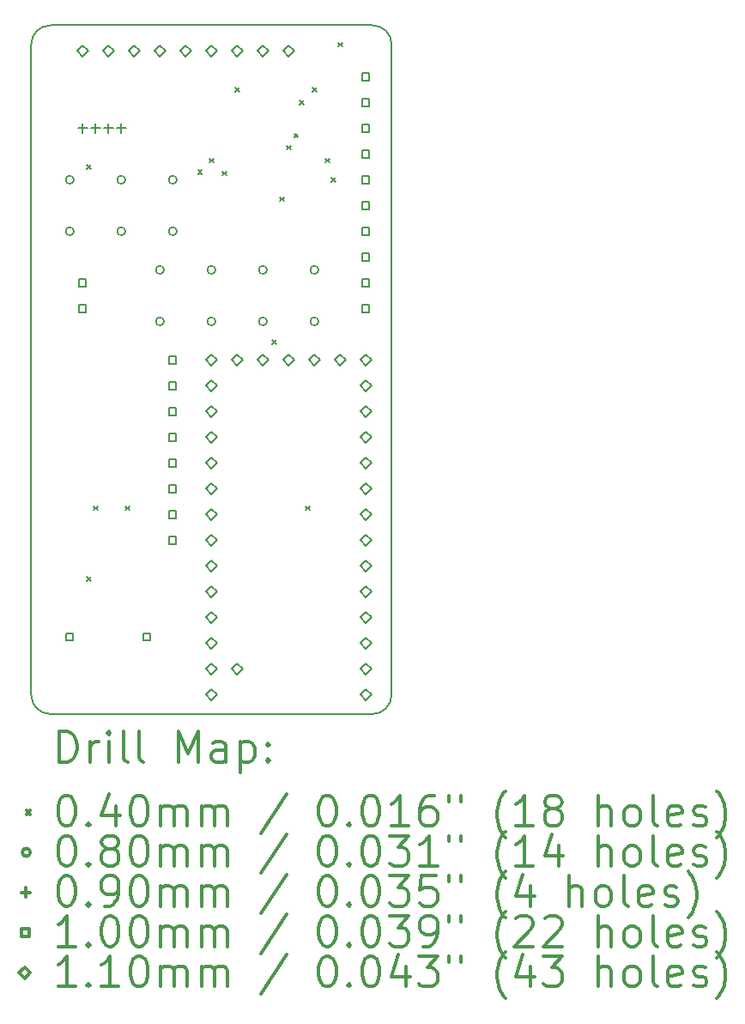
<source format=gbr>
%FSLAX45Y45*%
G04 Gerber Fmt 4.5, Leading zero omitted, Abs format (unit mm)*
G04 Created by KiCad (PCBNEW 5.1.9) date 2021-04-30 01:58:29*
%MOMM*%
%LPD*%
G01*
G04 APERTURE LIST*
%TA.AperFunction,Profile*%
%ADD10C,0.150000*%
%TD*%
%ADD11C,0.200000*%
%ADD12C,0.300000*%
G04 APERTURE END LIST*
D10*
X26797000Y-10414000D02*
G75*
G02*
X26606500Y-10604500I-190500J0D01*
G01*
X23431500Y-10604500D02*
G75*
G02*
X23241000Y-10414000I0J190500D01*
G01*
X23241000Y-4000500D02*
G75*
G02*
X23431500Y-3810000I190500J0D01*
G01*
X26606500Y-3810000D02*
G75*
G02*
X26797000Y-4000500I0J-190500D01*
G01*
X26797000Y-4000500D02*
X26797000Y-10414000D01*
X23431500Y-3810000D02*
X26606500Y-3810000D01*
X23241000Y-5905500D02*
X23241000Y-4000500D01*
X23241000Y-10414000D02*
X23241000Y-5905500D01*
X26606500Y-10604500D02*
X23431500Y-10604500D01*
D11*
X23792500Y-5187000D02*
X23832500Y-5227000D01*
X23832500Y-5187000D02*
X23792500Y-5227000D01*
X23792500Y-9251000D02*
X23832500Y-9291000D01*
X23832500Y-9251000D02*
X23792500Y-9291000D01*
X23856000Y-8552500D02*
X23896000Y-8592500D01*
X23896000Y-8552500D02*
X23856000Y-8592500D01*
X24173500Y-8552500D02*
X24213500Y-8592500D01*
X24213500Y-8552500D02*
X24173500Y-8592500D01*
X24886500Y-5236000D02*
X24926500Y-5276000D01*
X24926500Y-5236000D02*
X24886500Y-5276000D01*
X24999000Y-5123500D02*
X25039000Y-5163500D01*
X25039000Y-5123500D02*
X24999000Y-5163500D01*
X25126000Y-5250500D02*
X25166000Y-5290500D01*
X25166000Y-5250500D02*
X25126000Y-5290500D01*
X25253000Y-4425000D02*
X25293000Y-4465000D01*
X25293000Y-4425000D02*
X25253000Y-4465000D01*
X25619500Y-6916000D02*
X25659500Y-6956000D01*
X25659500Y-6916000D02*
X25619500Y-6956000D01*
X25697500Y-5504500D02*
X25737500Y-5544500D01*
X25737500Y-5504500D02*
X25697500Y-5544500D01*
X25761000Y-4996500D02*
X25801000Y-5036500D01*
X25801000Y-4996500D02*
X25761000Y-5036500D01*
X25833500Y-4878500D02*
X25873500Y-4918500D01*
X25873500Y-4878500D02*
X25833500Y-4918500D01*
X25888000Y-4552000D02*
X25928000Y-4592000D01*
X25928000Y-4552000D02*
X25888000Y-4592000D01*
X25951500Y-8552500D02*
X25991500Y-8592500D01*
X25991500Y-8552500D02*
X25951500Y-8592500D01*
X26015000Y-4425000D02*
X26055000Y-4465000D01*
X26055000Y-4425000D02*
X26015000Y-4465000D01*
X26142000Y-5123500D02*
X26182000Y-5163500D01*
X26182000Y-5123500D02*
X26142000Y-5163500D01*
X26205500Y-5314000D02*
X26245500Y-5354000D01*
X26245500Y-5314000D02*
X26205500Y-5354000D01*
X26269000Y-3980500D02*
X26309000Y-4020500D01*
X26309000Y-3980500D02*
X26269000Y-4020500D01*
X23662000Y-5334000D02*
G75*
G03*
X23662000Y-5334000I-40000J0D01*
G01*
X23662000Y-5842000D02*
G75*
G03*
X23662000Y-5842000I-40000J0D01*
G01*
X24170000Y-5334000D02*
G75*
G03*
X24170000Y-5334000I-40000J0D01*
G01*
X24170000Y-5842000D02*
G75*
G03*
X24170000Y-5842000I-40000J0D01*
G01*
X24551000Y-6223000D02*
G75*
G03*
X24551000Y-6223000I-40000J0D01*
G01*
X24551000Y-6731000D02*
G75*
G03*
X24551000Y-6731000I-40000J0D01*
G01*
X24678000Y-5334000D02*
G75*
G03*
X24678000Y-5334000I-40000J0D01*
G01*
X24678000Y-5842000D02*
G75*
G03*
X24678000Y-5842000I-40000J0D01*
G01*
X25059000Y-6223000D02*
G75*
G03*
X25059000Y-6223000I-40000J0D01*
G01*
X25059000Y-6731000D02*
G75*
G03*
X25059000Y-6731000I-40000J0D01*
G01*
X25567000Y-6223000D02*
G75*
G03*
X25567000Y-6223000I-40000J0D01*
G01*
X25567000Y-6731000D02*
G75*
G03*
X25567000Y-6731000I-40000J0D01*
G01*
X26075000Y-6223000D02*
G75*
G03*
X26075000Y-6223000I-40000J0D01*
G01*
X26075000Y-6731000D02*
G75*
G03*
X26075000Y-6731000I-40000J0D01*
G01*
X23749000Y-4781000D02*
X23749000Y-4871000D01*
X23704000Y-4826000D02*
X23794000Y-4826000D01*
X23876000Y-4781000D02*
X23876000Y-4871000D01*
X23831000Y-4826000D02*
X23921000Y-4826000D01*
X24003000Y-4781000D02*
X24003000Y-4871000D01*
X23958000Y-4826000D02*
X24048000Y-4826000D01*
X24130000Y-4781000D02*
X24130000Y-4871000D01*
X24085000Y-4826000D02*
X24175000Y-4826000D01*
X23657356Y-9877856D02*
X23657356Y-9807144D01*
X23586644Y-9807144D01*
X23586644Y-9877856D01*
X23657356Y-9877856D01*
X23784356Y-6385356D02*
X23784356Y-6314644D01*
X23713644Y-6314644D01*
X23713644Y-6385356D01*
X23784356Y-6385356D01*
X23784356Y-6639356D02*
X23784356Y-6568644D01*
X23713644Y-6568644D01*
X23713644Y-6639356D01*
X23784356Y-6639356D01*
X24419356Y-9877856D02*
X24419356Y-9807144D01*
X24348644Y-9807144D01*
X24348644Y-9877856D01*
X24419356Y-9877856D01*
X24673356Y-7147356D02*
X24673356Y-7076644D01*
X24602644Y-7076644D01*
X24602644Y-7147356D01*
X24673356Y-7147356D01*
X24673356Y-7401356D02*
X24673356Y-7330644D01*
X24602644Y-7330644D01*
X24602644Y-7401356D01*
X24673356Y-7401356D01*
X24673356Y-7655356D02*
X24673356Y-7584644D01*
X24602644Y-7584644D01*
X24602644Y-7655356D01*
X24673356Y-7655356D01*
X24673356Y-7909356D02*
X24673356Y-7838644D01*
X24602644Y-7838644D01*
X24602644Y-7909356D01*
X24673356Y-7909356D01*
X24673356Y-8163356D02*
X24673356Y-8092644D01*
X24602644Y-8092644D01*
X24602644Y-8163356D01*
X24673356Y-8163356D01*
X24673356Y-8417356D02*
X24673356Y-8346644D01*
X24602644Y-8346644D01*
X24602644Y-8417356D01*
X24673356Y-8417356D01*
X24673356Y-8671356D02*
X24673356Y-8600644D01*
X24602644Y-8600644D01*
X24602644Y-8671356D01*
X24673356Y-8671356D01*
X24673356Y-8925356D02*
X24673356Y-8854644D01*
X24602644Y-8854644D01*
X24602644Y-8925356D01*
X24673356Y-8925356D01*
X26578356Y-4353356D02*
X26578356Y-4282644D01*
X26507644Y-4282644D01*
X26507644Y-4353356D01*
X26578356Y-4353356D01*
X26578356Y-4607356D02*
X26578356Y-4536644D01*
X26507644Y-4536644D01*
X26507644Y-4607356D01*
X26578356Y-4607356D01*
X26578356Y-4861356D02*
X26578356Y-4790644D01*
X26507644Y-4790644D01*
X26507644Y-4861356D01*
X26578356Y-4861356D01*
X26578356Y-5115356D02*
X26578356Y-5044644D01*
X26507644Y-5044644D01*
X26507644Y-5115356D01*
X26578356Y-5115356D01*
X26578356Y-5369356D02*
X26578356Y-5298644D01*
X26507644Y-5298644D01*
X26507644Y-5369356D01*
X26578356Y-5369356D01*
X26578356Y-5623356D02*
X26578356Y-5552644D01*
X26507644Y-5552644D01*
X26507644Y-5623356D01*
X26578356Y-5623356D01*
X26578356Y-5877356D02*
X26578356Y-5806644D01*
X26507644Y-5806644D01*
X26507644Y-5877356D01*
X26578356Y-5877356D01*
X26578356Y-6131356D02*
X26578356Y-6060644D01*
X26507644Y-6060644D01*
X26507644Y-6131356D01*
X26578356Y-6131356D01*
X26578356Y-6385356D02*
X26578356Y-6314644D01*
X26507644Y-6314644D01*
X26507644Y-6385356D01*
X26578356Y-6385356D01*
X26578356Y-6639356D02*
X26578356Y-6568644D01*
X26507644Y-6568644D01*
X26507644Y-6639356D01*
X26578356Y-6639356D01*
X23749000Y-4119000D02*
X23804000Y-4064000D01*
X23749000Y-4009000D01*
X23694000Y-4064000D01*
X23749000Y-4119000D01*
X24003000Y-4119000D02*
X24058000Y-4064000D01*
X24003000Y-4009000D01*
X23948000Y-4064000D01*
X24003000Y-4119000D01*
X24257000Y-4119000D02*
X24312000Y-4064000D01*
X24257000Y-4009000D01*
X24202000Y-4064000D01*
X24257000Y-4119000D01*
X24511000Y-4119000D02*
X24566000Y-4064000D01*
X24511000Y-4009000D01*
X24456000Y-4064000D01*
X24511000Y-4119000D01*
X24765000Y-4119000D02*
X24820000Y-4064000D01*
X24765000Y-4009000D01*
X24710000Y-4064000D01*
X24765000Y-4119000D01*
X25019000Y-4119000D02*
X25074000Y-4064000D01*
X25019000Y-4009000D01*
X24964000Y-4064000D01*
X25019000Y-4119000D01*
X25019000Y-7167000D02*
X25074000Y-7112000D01*
X25019000Y-7057000D01*
X24964000Y-7112000D01*
X25019000Y-7167000D01*
X25019000Y-7421000D02*
X25074000Y-7366000D01*
X25019000Y-7311000D01*
X24964000Y-7366000D01*
X25019000Y-7421000D01*
X25019000Y-7675000D02*
X25074000Y-7620000D01*
X25019000Y-7565000D01*
X24964000Y-7620000D01*
X25019000Y-7675000D01*
X25019000Y-7929000D02*
X25074000Y-7874000D01*
X25019000Y-7819000D01*
X24964000Y-7874000D01*
X25019000Y-7929000D01*
X25019000Y-8183000D02*
X25074000Y-8128000D01*
X25019000Y-8073000D01*
X24964000Y-8128000D01*
X25019000Y-8183000D01*
X25019000Y-8437000D02*
X25074000Y-8382000D01*
X25019000Y-8327000D01*
X24964000Y-8382000D01*
X25019000Y-8437000D01*
X25019000Y-8691000D02*
X25074000Y-8636000D01*
X25019000Y-8581000D01*
X24964000Y-8636000D01*
X25019000Y-8691000D01*
X25019000Y-8945000D02*
X25074000Y-8890000D01*
X25019000Y-8835000D01*
X24964000Y-8890000D01*
X25019000Y-8945000D01*
X25019000Y-9199000D02*
X25074000Y-9144000D01*
X25019000Y-9089000D01*
X24964000Y-9144000D01*
X25019000Y-9199000D01*
X25019000Y-9453000D02*
X25074000Y-9398000D01*
X25019000Y-9343000D01*
X24964000Y-9398000D01*
X25019000Y-9453000D01*
X25019000Y-9707000D02*
X25074000Y-9652000D01*
X25019000Y-9597000D01*
X24964000Y-9652000D01*
X25019000Y-9707000D01*
X25019000Y-9961000D02*
X25074000Y-9906000D01*
X25019000Y-9851000D01*
X24964000Y-9906000D01*
X25019000Y-9961000D01*
X25019000Y-10215000D02*
X25074000Y-10160000D01*
X25019000Y-10105000D01*
X24964000Y-10160000D01*
X25019000Y-10215000D01*
X25019000Y-10469000D02*
X25074000Y-10414000D01*
X25019000Y-10359000D01*
X24964000Y-10414000D01*
X25019000Y-10469000D01*
X25273000Y-4119000D02*
X25328000Y-4064000D01*
X25273000Y-4009000D01*
X25218000Y-4064000D01*
X25273000Y-4119000D01*
X25273000Y-7167000D02*
X25328000Y-7112000D01*
X25273000Y-7057000D01*
X25218000Y-7112000D01*
X25273000Y-7167000D01*
X25273000Y-10215000D02*
X25328000Y-10160000D01*
X25273000Y-10105000D01*
X25218000Y-10160000D01*
X25273000Y-10215000D01*
X25527000Y-4119000D02*
X25582000Y-4064000D01*
X25527000Y-4009000D01*
X25472000Y-4064000D01*
X25527000Y-4119000D01*
X25527000Y-7167000D02*
X25582000Y-7112000D01*
X25527000Y-7057000D01*
X25472000Y-7112000D01*
X25527000Y-7167000D01*
X25781000Y-4119000D02*
X25836000Y-4064000D01*
X25781000Y-4009000D01*
X25726000Y-4064000D01*
X25781000Y-4119000D01*
X25781000Y-7167000D02*
X25836000Y-7112000D01*
X25781000Y-7057000D01*
X25726000Y-7112000D01*
X25781000Y-7167000D01*
X26035000Y-7167000D02*
X26090000Y-7112000D01*
X26035000Y-7057000D01*
X25980000Y-7112000D01*
X26035000Y-7167000D01*
X26289000Y-7167000D02*
X26344000Y-7112000D01*
X26289000Y-7057000D01*
X26234000Y-7112000D01*
X26289000Y-7167000D01*
X26543000Y-7167000D02*
X26598000Y-7112000D01*
X26543000Y-7057000D01*
X26488000Y-7112000D01*
X26543000Y-7167000D01*
X26543000Y-7421000D02*
X26598000Y-7366000D01*
X26543000Y-7311000D01*
X26488000Y-7366000D01*
X26543000Y-7421000D01*
X26543000Y-7675000D02*
X26598000Y-7620000D01*
X26543000Y-7565000D01*
X26488000Y-7620000D01*
X26543000Y-7675000D01*
X26543000Y-7929000D02*
X26598000Y-7874000D01*
X26543000Y-7819000D01*
X26488000Y-7874000D01*
X26543000Y-7929000D01*
X26543000Y-8183000D02*
X26598000Y-8128000D01*
X26543000Y-8073000D01*
X26488000Y-8128000D01*
X26543000Y-8183000D01*
X26543000Y-8437000D02*
X26598000Y-8382000D01*
X26543000Y-8327000D01*
X26488000Y-8382000D01*
X26543000Y-8437000D01*
X26543000Y-8691000D02*
X26598000Y-8636000D01*
X26543000Y-8581000D01*
X26488000Y-8636000D01*
X26543000Y-8691000D01*
X26543000Y-8945000D02*
X26598000Y-8890000D01*
X26543000Y-8835000D01*
X26488000Y-8890000D01*
X26543000Y-8945000D01*
X26543000Y-9199000D02*
X26598000Y-9144000D01*
X26543000Y-9089000D01*
X26488000Y-9144000D01*
X26543000Y-9199000D01*
X26543000Y-9453000D02*
X26598000Y-9398000D01*
X26543000Y-9343000D01*
X26488000Y-9398000D01*
X26543000Y-9453000D01*
X26543000Y-9707000D02*
X26598000Y-9652000D01*
X26543000Y-9597000D01*
X26488000Y-9652000D01*
X26543000Y-9707000D01*
X26543000Y-9961000D02*
X26598000Y-9906000D01*
X26543000Y-9851000D01*
X26488000Y-9906000D01*
X26543000Y-9961000D01*
X26543000Y-10215000D02*
X26598000Y-10160000D01*
X26543000Y-10105000D01*
X26488000Y-10160000D01*
X26543000Y-10215000D01*
X26543000Y-10469000D02*
X26598000Y-10414000D01*
X26543000Y-10359000D01*
X26488000Y-10414000D01*
X26543000Y-10469000D01*
D12*
X23519928Y-11077714D02*
X23519928Y-10777714D01*
X23591357Y-10777714D01*
X23634214Y-10792000D01*
X23662786Y-10820572D01*
X23677071Y-10849143D01*
X23691357Y-10906286D01*
X23691357Y-10949143D01*
X23677071Y-11006286D01*
X23662786Y-11034857D01*
X23634214Y-11063429D01*
X23591357Y-11077714D01*
X23519928Y-11077714D01*
X23819928Y-11077714D02*
X23819928Y-10877714D01*
X23819928Y-10934857D02*
X23834214Y-10906286D01*
X23848500Y-10892000D01*
X23877071Y-10877714D01*
X23905643Y-10877714D01*
X24005643Y-11077714D02*
X24005643Y-10877714D01*
X24005643Y-10777714D02*
X23991357Y-10792000D01*
X24005643Y-10806286D01*
X24019928Y-10792000D01*
X24005643Y-10777714D01*
X24005643Y-10806286D01*
X24191357Y-11077714D02*
X24162786Y-11063429D01*
X24148500Y-11034857D01*
X24148500Y-10777714D01*
X24348500Y-11077714D02*
X24319928Y-11063429D01*
X24305643Y-11034857D01*
X24305643Y-10777714D01*
X24691357Y-11077714D02*
X24691357Y-10777714D01*
X24791357Y-10992000D01*
X24891357Y-10777714D01*
X24891357Y-11077714D01*
X25162786Y-11077714D02*
X25162786Y-10920572D01*
X25148500Y-10892000D01*
X25119928Y-10877714D01*
X25062786Y-10877714D01*
X25034214Y-10892000D01*
X25162786Y-11063429D02*
X25134214Y-11077714D01*
X25062786Y-11077714D01*
X25034214Y-11063429D01*
X25019928Y-11034857D01*
X25019928Y-11006286D01*
X25034214Y-10977714D01*
X25062786Y-10963429D01*
X25134214Y-10963429D01*
X25162786Y-10949143D01*
X25305643Y-10877714D02*
X25305643Y-11177714D01*
X25305643Y-10892000D02*
X25334214Y-10877714D01*
X25391357Y-10877714D01*
X25419928Y-10892000D01*
X25434214Y-10906286D01*
X25448500Y-10934857D01*
X25448500Y-11020572D01*
X25434214Y-11049143D01*
X25419928Y-11063429D01*
X25391357Y-11077714D01*
X25334214Y-11077714D01*
X25305643Y-11063429D01*
X25577071Y-11049143D02*
X25591357Y-11063429D01*
X25577071Y-11077714D01*
X25562786Y-11063429D01*
X25577071Y-11049143D01*
X25577071Y-11077714D01*
X25577071Y-10892000D02*
X25591357Y-10906286D01*
X25577071Y-10920572D01*
X25562786Y-10906286D01*
X25577071Y-10892000D01*
X25577071Y-10920572D01*
X23193500Y-11552000D02*
X23233500Y-11592000D01*
X23233500Y-11552000D02*
X23193500Y-11592000D01*
X23577071Y-11407714D02*
X23605643Y-11407714D01*
X23634214Y-11422000D01*
X23648500Y-11436286D01*
X23662786Y-11464857D01*
X23677071Y-11522000D01*
X23677071Y-11593429D01*
X23662786Y-11650571D01*
X23648500Y-11679143D01*
X23634214Y-11693429D01*
X23605643Y-11707714D01*
X23577071Y-11707714D01*
X23548500Y-11693429D01*
X23534214Y-11679143D01*
X23519928Y-11650571D01*
X23505643Y-11593429D01*
X23505643Y-11522000D01*
X23519928Y-11464857D01*
X23534214Y-11436286D01*
X23548500Y-11422000D01*
X23577071Y-11407714D01*
X23805643Y-11679143D02*
X23819928Y-11693429D01*
X23805643Y-11707714D01*
X23791357Y-11693429D01*
X23805643Y-11679143D01*
X23805643Y-11707714D01*
X24077071Y-11507714D02*
X24077071Y-11707714D01*
X24005643Y-11393429D02*
X23934214Y-11607714D01*
X24119928Y-11607714D01*
X24291357Y-11407714D02*
X24319928Y-11407714D01*
X24348500Y-11422000D01*
X24362786Y-11436286D01*
X24377071Y-11464857D01*
X24391357Y-11522000D01*
X24391357Y-11593429D01*
X24377071Y-11650571D01*
X24362786Y-11679143D01*
X24348500Y-11693429D01*
X24319928Y-11707714D01*
X24291357Y-11707714D01*
X24262786Y-11693429D01*
X24248500Y-11679143D01*
X24234214Y-11650571D01*
X24219928Y-11593429D01*
X24219928Y-11522000D01*
X24234214Y-11464857D01*
X24248500Y-11436286D01*
X24262786Y-11422000D01*
X24291357Y-11407714D01*
X24519928Y-11707714D02*
X24519928Y-11507714D01*
X24519928Y-11536286D02*
X24534214Y-11522000D01*
X24562786Y-11507714D01*
X24605643Y-11507714D01*
X24634214Y-11522000D01*
X24648500Y-11550571D01*
X24648500Y-11707714D01*
X24648500Y-11550571D02*
X24662786Y-11522000D01*
X24691357Y-11507714D01*
X24734214Y-11507714D01*
X24762786Y-11522000D01*
X24777071Y-11550571D01*
X24777071Y-11707714D01*
X24919928Y-11707714D02*
X24919928Y-11507714D01*
X24919928Y-11536286D02*
X24934214Y-11522000D01*
X24962786Y-11507714D01*
X25005643Y-11507714D01*
X25034214Y-11522000D01*
X25048500Y-11550571D01*
X25048500Y-11707714D01*
X25048500Y-11550571D02*
X25062786Y-11522000D01*
X25091357Y-11507714D01*
X25134214Y-11507714D01*
X25162786Y-11522000D01*
X25177071Y-11550571D01*
X25177071Y-11707714D01*
X25762786Y-11393429D02*
X25505643Y-11779143D01*
X26148500Y-11407714D02*
X26177071Y-11407714D01*
X26205643Y-11422000D01*
X26219928Y-11436286D01*
X26234214Y-11464857D01*
X26248500Y-11522000D01*
X26248500Y-11593429D01*
X26234214Y-11650571D01*
X26219928Y-11679143D01*
X26205643Y-11693429D01*
X26177071Y-11707714D01*
X26148500Y-11707714D01*
X26119928Y-11693429D01*
X26105643Y-11679143D01*
X26091357Y-11650571D01*
X26077071Y-11593429D01*
X26077071Y-11522000D01*
X26091357Y-11464857D01*
X26105643Y-11436286D01*
X26119928Y-11422000D01*
X26148500Y-11407714D01*
X26377071Y-11679143D02*
X26391357Y-11693429D01*
X26377071Y-11707714D01*
X26362786Y-11693429D01*
X26377071Y-11679143D01*
X26377071Y-11707714D01*
X26577071Y-11407714D02*
X26605643Y-11407714D01*
X26634214Y-11422000D01*
X26648500Y-11436286D01*
X26662786Y-11464857D01*
X26677071Y-11522000D01*
X26677071Y-11593429D01*
X26662786Y-11650571D01*
X26648500Y-11679143D01*
X26634214Y-11693429D01*
X26605643Y-11707714D01*
X26577071Y-11707714D01*
X26548500Y-11693429D01*
X26534214Y-11679143D01*
X26519928Y-11650571D01*
X26505643Y-11593429D01*
X26505643Y-11522000D01*
X26519928Y-11464857D01*
X26534214Y-11436286D01*
X26548500Y-11422000D01*
X26577071Y-11407714D01*
X26962786Y-11707714D02*
X26791357Y-11707714D01*
X26877071Y-11707714D02*
X26877071Y-11407714D01*
X26848500Y-11450571D01*
X26819928Y-11479143D01*
X26791357Y-11493429D01*
X27219928Y-11407714D02*
X27162786Y-11407714D01*
X27134214Y-11422000D01*
X27119928Y-11436286D01*
X27091357Y-11479143D01*
X27077071Y-11536286D01*
X27077071Y-11650571D01*
X27091357Y-11679143D01*
X27105643Y-11693429D01*
X27134214Y-11707714D01*
X27191357Y-11707714D01*
X27219928Y-11693429D01*
X27234214Y-11679143D01*
X27248500Y-11650571D01*
X27248500Y-11579143D01*
X27234214Y-11550571D01*
X27219928Y-11536286D01*
X27191357Y-11522000D01*
X27134214Y-11522000D01*
X27105643Y-11536286D01*
X27091357Y-11550571D01*
X27077071Y-11579143D01*
X27362786Y-11407714D02*
X27362786Y-11464857D01*
X27477071Y-11407714D02*
X27477071Y-11464857D01*
X27919928Y-11822000D02*
X27905643Y-11807714D01*
X27877071Y-11764857D01*
X27862786Y-11736286D01*
X27848500Y-11693429D01*
X27834214Y-11622000D01*
X27834214Y-11564857D01*
X27848500Y-11493429D01*
X27862786Y-11450571D01*
X27877071Y-11422000D01*
X27905643Y-11379143D01*
X27919928Y-11364857D01*
X28191357Y-11707714D02*
X28019928Y-11707714D01*
X28105643Y-11707714D02*
X28105643Y-11407714D01*
X28077071Y-11450571D01*
X28048500Y-11479143D01*
X28019928Y-11493429D01*
X28362786Y-11536286D02*
X28334214Y-11522000D01*
X28319928Y-11507714D01*
X28305643Y-11479143D01*
X28305643Y-11464857D01*
X28319928Y-11436286D01*
X28334214Y-11422000D01*
X28362786Y-11407714D01*
X28419928Y-11407714D01*
X28448500Y-11422000D01*
X28462786Y-11436286D01*
X28477071Y-11464857D01*
X28477071Y-11479143D01*
X28462786Y-11507714D01*
X28448500Y-11522000D01*
X28419928Y-11536286D01*
X28362786Y-11536286D01*
X28334214Y-11550571D01*
X28319928Y-11564857D01*
X28305643Y-11593429D01*
X28305643Y-11650571D01*
X28319928Y-11679143D01*
X28334214Y-11693429D01*
X28362786Y-11707714D01*
X28419928Y-11707714D01*
X28448500Y-11693429D01*
X28462786Y-11679143D01*
X28477071Y-11650571D01*
X28477071Y-11593429D01*
X28462786Y-11564857D01*
X28448500Y-11550571D01*
X28419928Y-11536286D01*
X28834214Y-11707714D02*
X28834214Y-11407714D01*
X28962786Y-11707714D02*
X28962786Y-11550571D01*
X28948500Y-11522000D01*
X28919928Y-11507714D01*
X28877071Y-11507714D01*
X28848500Y-11522000D01*
X28834214Y-11536286D01*
X29148500Y-11707714D02*
X29119928Y-11693429D01*
X29105643Y-11679143D01*
X29091357Y-11650571D01*
X29091357Y-11564857D01*
X29105643Y-11536286D01*
X29119928Y-11522000D01*
X29148500Y-11507714D01*
X29191357Y-11507714D01*
X29219928Y-11522000D01*
X29234214Y-11536286D01*
X29248500Y-11564857D01*
X29248500Y-11650571D01*
X29234214Y-11679143D01*
X29219928Y-11693429D01*
X29191357Y-11707714D01*
X29148500Y-11707714D01*
X29419928Y-11707714D02*
X29391357Y-11693429D01*
X29377071Y-11664857D01*
X29377071Y-11407714D01*
X29648500Y-11693429D02*
X29619928Y-11707714D01*
X29562786Y-11707714D01*
X29534214Y-11693429D01*
X29519928Y-11664857D01*
X29519928Y-11550571D01*
X29534214Y-11522000D01*
X29562786Y-11507714D01*
X29619928Y-11507714D01*
X29648500Y-11522000D01*
X29662786Y-11550571D01*
X29662786Y-11579143D01*
X29519928Y-11607714D01*
X29777071Y-11693429D02*
X29805643Y-11707714D01*
X29862786Y-11707714D01*
X29891357Y-11693429D01*
X29905643Y-11664857D01*
X29905643Y-11650571D01*
X29891357Y-11622000D01*
X29862786Y-11607714D01*
X29819928Y-11607714D01*
X29791357Y-11593429D01*
X29777071Y-11564857D01*
X29777071Y-11550571D01*
X29791357Y-11522000D01*
X29819928Y-11507714D01*
X29862786Y-11507714D01*
X29891357Y-11522000D01*
X30005643Y-11822000D02*
X30019928Y-11807714D01*
X30048500Y-11764857D01*
X30062786Y-11736286D01*
X30077071Y-11693429D01*
X30091357Y-11622000D01*
X30091357Y-11564857D01*
X30077071Y-11493429D01*
X30062786Y-11450571D01*
X30048500Y-11422000D01*
X30019928Y-11379143D01*
X30005643Y-11364857D01*
X23233500Y-11968000D02*
G75*
G03*
X23233500Y-11968000I-40000J0D01*
G01*
X23577071Y-11803714D02*
X23605643Y-11803714D01*
X23634214Y-11818000D01*
X23648500Y-11832286D01*
X23662786Y-11860857D01*
X23677071Y-11918000D01*
X23677071Y-11989429D01*
X23662786Y-12046571D01*
X23648500Y-12075143D01*
X23634214Y-12089429D01*
X23605643Y-12103714D01*
X23577071Y-12103714D01*
X23548500Y-12089429D01*
X23534214Y-12075143D01*
X23519928Y-12046571D01*
X23505643Y-11989429D01*
X23505643Y-11918000D01*
X23519928Y-11860857D01*
X23534214Y-11832286D01*
X23548500Y-11818000D01*
X23577071Y-11803714D01*
X23805643Y-12075143D02*
X23819928Y-12089429D01*
X23805643Y-12103714D01*
X23791357Y-12089429D01*
X23805643Y-12075143D01*
X23805643Y-12103714D01*
X23991357Y-11932286D02*
X23962786Y-11918000D01*
X23948500Y-11903714D01*
X23934214Y-11875143D01*
X23934214Y-11860857D01*
X23948500Y-11832286D01*
X23962786Y-11818000D01*
X23991357Y-11803714D01*
X24048500Y-11803714D01*
X24077071Y-11818000D01*
X24091357Y-11832286D01*
X24105643Y-11860857D01*
X24105643Y-11875143D01*
X24091357Y-11903714D01*
X24077071Y-11918000D01*
X24048500Y-11932286D01*
X23991357Y-11932286D01*
X23962786Y-11946571D01*
X23948500Y-11960857D01*
X23934214Y-11989429D01*
X23934214Y-12046571D01*
X23948500Y-12075143D01*
X23962786Y-12089429D01*
X23991357Y-12103714D01*
X24048500Y-12103714D01*
X24077071Y-12089429D01*
X24091357Y-12075143D01*
X24105643Y-12046571D01*
X24105643Y-11989429D01*
X24091357Y-11960857D01*
X24077071Y-11946571D01*
X24048500Y-11932286D01*
X24291357Y-11803714D02*
X24319928Y-11803714D01*
X24348500Y-11818000D01*
X24362786Y-11832286D01*
X24377071Y-11860857D01*
X24391357Y-11918000D01*
X24391357Y-11989429D01*
X24377071Y-12046571D01*
X24362786Y-12075143D01*
X24348500Y-12089429D01*
X24319928Y-12103714D01*
X24291357Y-12103714D01*
X24262786Y-12089429D01*
X24248500Y-12075143D01*
X24234214Y-12046571D01*
X24219928Y-11989429D01*
X24219928Y-11918000D01*
X24234214Y-11860857D01*
X24248500Y-11832286D01*
X24262786Y-11818000D01*
X24291357Y-11803714D01*
X24519928Y-12103714D02*
X24519928Y-11903714D01*
X24519928Y-11932286D02*
X24534214Y-11918000D01*
X24562786Y-11903714D01*
X24605643Y-11903714D01*
X24634214Y-11918000D01*
X24648500Y-11946571D01*
X24648500Y-12103714D01*
X24648500Y-11946571D02*
X24662786Y-11918000D01*
X24691357Y-11903714D01*
X24734214Y-11903714D01*
X24762786Y-11918000D01*
X24777071Y-11946571D01*
X24777071Y-12103714D01*
X24919928Y-12103714D02*
X24919928Y-11903714D01*
X24919928Y-11932286D02*
X24934214Y-11918000D01*
X24962786Y-11903714D01*
X25005643Y-11903714D01*
X25034214Y-11918000D01*
X25048500Y-11946571D01*
X25048500Y-12103714D01*
X25048500Y-11946571D02*
X25062786Y-11918000D01*
X25091357Y-11903714D01*
X25134214Y-11903714D01*
X25162786Y-11918000D01*
X25177071Y-11946571D01*
X25177071Y-12103714D01*
X25762786Y-11789429D02*
X25505643Y-12175143D01*
X26148500Y-11803714D02*
X26177071Y-11803714D01*
X26205643Y-11818000D01*
X26219928Y-11832286D01*
X26234214Y-11860857D01*
X26248500Y-11918000D01*
X26248500Y-11989429D01*
X26234214Y-12046571D01*
X26219928Y-12075143D01*
X26205643Y-12089429D01*
X26177071Y-12103714D01*
X26148500Y-12103714D01*
X26119928Y-12089429D01*
X26105643Y-12075143D01*
X26091357Y-12046571D01*
X26077071Y-11989429D01*
X26077071Y-11918000D01*
X26091357Y-11860857D01*
X26105643Y-11832286D01*
X26119928Y-11818000D01*
X26148500Y-11803714D01*
X26377071Y-12075143D02*
X26391357Y-12089429D01*
X26377071Y-12103714D01*
X26362786Y-12089429D01*
X26377071Y-12075143D01*
X26377071Y-12103714D01*
X26577071Y-11803714D02*
X26605643Y-11803714D01*
X26634214Y-11818000D01*
X26648500Y-11832286D01*
X26662786Y-11860857D01*
X26677071Y-11918000D01*
X26677071Y-11989429D01*
X26662786Y-12046571D01*
X26648500Y-12075143D01*
X26634214Y-12089429D01*
X26605643Y-12103714D01*
X26577071Y-12103714D01*
X26548500Y-12089429D01*
X26534214Y-12075143D01*
X26519928Y-12046571D01*
X26505643Y-11989429D01*
X26505643Y-11918000D01*
X26519928Y-11860857D01*
X26534214Y-11832286D01*
X26548500Y-11818000D01*
X26577071Y-11803714D01*
X26777071Y-11803714D02*
X26962786Y-11803714D01*
X26862786Y-11918000D01*
X26905643Y-11918000D01*
X26934214Y-11932286D01*
X26948500Y-11946571D01*
X26962786Y-11975143D01*
X26962786Y-12046571D01*
X26948500Y-12075143D01*
X26934214Y-12089429D01*
X26905643Y-12103714D01*
X26819928Y-12103714D01*
X26791357Y-12089429D01*
X26777071Y-12075143D01*
X27248500Y-12103714D02*
X27077071Y-12103714D01*
X27162786Y-12103714D02*
X27162786Y-11803714D01*
X27134214Y-11846571D01*
X27105643Y-11875143D01*
X27077071Y-11889429D01*
X27362786Y-11803714D02*
X27362786Y-11860857D01*
X27477071Y-11803714D02*
X27477071Y-11860857D01*
X27919928Y-12218000D02*
X27905643Y-12203714D01*
X27877071Y-12160857D01*
X27862786Y-12132286D01*
X27848500Y-12089429D01*
X27834214Y-12018000D01*
X27834214Y-11960857D01*
X27848500Y-11889429D01*
X27862786Y-11846571D01*
X27877071Y-11818000D01*
X27905643Y-11775143D01*
X27919928Y-11760857D01*
X28191357Y-12103714D02*
X28019928Y-12103714D01*
X28105643Y-12103714D02*
X28105643Y-11803714D01*
X28077071Y-11846571D01*
X28048500Y-11875143D01*
X28019928Y-11889429D01*
X28448500Y-11903714D02*
X28448500Y-12103714D01*
X28377071Y-11789429D02*
X28305643Y-12003714D01*
X28491357Y-12003714D01*
X28834214Y-12103714D02*
X28834214Y-11803714D01*
X28962786Y-12103714D02*
X28962786Y-11946571D01*
X28948500Y-11918000D01*
X28919928Y-11903714D01*
X28877071Y-11903714D01*
X28848500Y-11918000D01*
X28834214Y-11932286D01*
X29148500Y-12103714D02*
X29119928Y-12089429D01*
X29105643Y-12075143D01*
X29091357Y-12046571D01*
X29091357Y-11960857D01*
X29105643Y-11932286D01*
X29119928Y-11918000D01*
X29148500Y-11903714D01*
X29191357Y-11903714D01*
X29219928Y-11918000D01*
X29234214Y-11932286D01*
X29248500Y-11960857D01*
X29248500Y-12046571D01*
X29234214Y-12075143D01*
X29219928Y-12089429D01*
X29191357Y-12103714D01*
X29148500Y-12103714D01*
X29419928Y-12103714D02*
X29391357Y-12089429D01*
X29377071Y-12060857D01*
X29377071Y-11803714D01*
X29648500Y-12089429D02*
X29619928Y-12103714D01*
X29562786Y-12103714D01*
X29534214Y-12089429D01*
X29519928Y-12060857D01*
X29519928Y-11946571D01*
X29534214Y-11918000D01*
X29562786Y-11903714D01*
X29619928Y-11903714D01*
X29648500Y-11918000D01*
X29662786Y-11946571D01*
X29662786Y-11975143D01*
X29519928Y-12003714D01*
X29777071Y-12089429D02*
X29805643Y-12103714D01*
X29862786Y-12103714D01*
X29891357Y-12089429D01*
X29905643Y-12060857D01*
X29905643Y-12046571D01*
X29891357Y-12018000D01*
X29862786Y-12003714D01*
X29819928Y-12003714D01*
X29791357Y-11989429D01*
X29777071Y-11960857D01*
X29777071Y-11946571D01*
X29791357Y-11918000D01*
X29819928Y-11903714D01*
X29862786Y-11903714D01*
X29891357Y-11918000D01*
X30005643Y-12218000D02*
X30019928Y-12203714D01*
X30048500Y-12160857D01*
X30062786Y-12132286D01*
X30077071Y-12089429D01*
X30091357Y-12018000D01*
X30091357Y-11960857D01*
X30077071Y-11889429D01*
X30062786Y-11846571D01*
X30048500Y-11818000D01*
X30019928Y-11775143D01*
X30005643Y-11760857D01*
X23188500Y-12319000D02*
X23188500Y-12409000D01*
X23143500Y-12364000D02*
X23233500Y-12364000D01*
X23577071Y-12199714D02*
X23605643Y-12199714D01*
X23634214Y-12214000D01*
X23648500Y-12228286D01*
X23662786Y-12256857D01*
X23677071Y-12314000D01*
X23677071Y-12385429D01*
X23662786Y-12442571D01*
X23648500Y-12471143D01*
X23634214Y-12485429D01*
X23605643Y-12499714D01*
X23577071Y-12499714D01*
X23548500Y-12485429D01*
X23534214Y-12471143D01*
X23519928Y-12442571D01*
X23505643Y-12385429D01*
X23505643Y-12314000D01*
X23519928Y-12256857D01*
X23534214Y-12228286D01*
X23548500Y-12214000D01*
X23577071Y-12199714D01*
X23805643Y-12471143D02*
X23819928Y-12485429D01*
X23805643Y-12499714D01*
X23791357Y-12485429D01*
X23805643Y-12471143D01*
X23805643Y-12499714D01*
X23962786Y-12499714D02*
X24019928Y-12499714D01*
X24048500Y-12485429D01*
X24062786Y-12471143D01*
X24091357Y-12428286D01*
X24105643Y-12371143D01*
X24105643Y-12256857D01*
X24091357Y-12228286D01*
X24077071Y-12214000D01*
X24048500Y-12199714D01*
X23991357Y-12199714D01*
X23962786Y-12214000D01*
X23948500Y-12228286D01*
X23934214Y-12256857D01*
X23934214Y-12328286D01*
X23948500Y-12356857D01*
X23962786Y-12371143D01*
X23991357Y-12385429D01*
X24048500Y-12385429D01*
X24077071Y-12371143D01*
X24091357Y-12356857D01*
X24105643Y-12328286D01*
X24291357Y-12199714D02*
X24319928Y-12199714D01*
X24348500Y-12214000D01*
X24362786Y-12228286D01*
X24377071Y-12256857D01*
X24391357Y-12314000D01*
X24391357Y-12385429D01*
X24377071Y-12442571D01*
X24362786Y-12471143D01*
X24348500Y-12485429D01*
X24319928Y-12499714D01*
X24291357Y-12499714D01*
X24262786Y-12485429D01*
X24248500Y-12471143D01*
X24234214Y-12442571D01*
X24219928Y-12385429D01*
X24219928Y-12314000D01*
X24234214Y-12256857D01*
X24248500Y-12228286D01*
X24262786Y-12214000D01*
X24291357Y-12199714D01*
X24519928Y-12499714D02*
X24519928Y-12299714D01*
X24519928Y-12328286D02*
X24534214Y-12314000D01*
X24562786Y-12299714D01*
X24605643Y-12299714D01*
X24634214Y-12314000D01*
X24648500Y-12342571D01*
X24648500Y-12499714D01*
X24648500Y-12342571D02*
X24662786Y-12314000D01*
X24691357Y-12299714D01*
X24734214Y-12299714D01*
X24762786Y-12314000D01*
X24777071Y-12342571D01*
X24777071Y-12499714D01*
X24919928Y-12499714D02*
X24919928Y-12299714D01*
X24919928Y-12328286D02*
X24934214Y-12314000D01*
X24962786Y-12299714D01*
X25005643Y-12299714D01*
X25034214Y-12314000D01*
X25048500Y-12342571D01*
X25048500Y-12499714D01*
X25048500Y-12342571D02*
X25062786Y-12314000D01*
X25091357Y-12299714D01*
X25134214Y-12299714D01*
X25162786Y-12314000D01*
X25177071Y-12342571D01*
X25177071Y-12499714D01*
X25762786Y-12185429D02*
X25505643Y-12571143D01*
X26148500Y-12199714D02*
X26177071Y-12199714D01*
X26205643Y-12214000D01*
X26219928Y-12228286D01*
X26234214Y-12256857D01*
X26248500Y-12314000D01*
X26248500Y-12385429D01*
X26234214Y-12442571D01*
X26219928Y-12471143D01*
X26205643Y-12485429D01*
X26177071Y-12499714D01*
X26148500Y-12499714D01*
X26119928Y-12485429D01*
X26105643Y-12471143D01*
X26091357Y-12442571D01*
X26077071Y-12385429D01*
X26077071Y-12314000D01*
X26091357Y-12256857D01*
X26105643Y-12228286D01*
X26119928Y-12214000D01*
X26148500Y-12199714D01*
X26377071Y-12471143D02*
X26391357Y-12485429D01*
X26377071Y-12499714D01*
X26362786Y-12485429D01*
X26377071Y-12471143D01*
X26377071Y-12499714D01*
X26577071Y-12199714D02*
X26605643Y-12199714D01*
X26634214Y-12214000D01*
X26648500Y-12228286D01*
X26662786Y-12256857D01*
X26677071Y-12314000D01*
X26677071Y-12385429D01*
X26662786Y-12442571D01*
X26648500Y-12471143D01*
X26634214Y-12485429D01*
X26605643Y-12499714D01*
X26577071Y-12499714D01*
X26548500Y-12485429D01*
X26534214Y-12471143D01*
X26519928Y-12442571D01*
X26505643Y-12385429D01*
X26505643Y-12314000D01*
X26519928Y-12256857D01*
X26534214Y-12228286D01*
X26548500Y-12214000D01*
X26577071Y-12199714D01*
X26777071Y-12199714D02*
X26962786Y-12199714D01*
X26862786Y-12314000D01*
X26905643Y-12314000D01*
X26934214Y-12328286D01*
X26948500Y-12342571D01*
X26962786Y-12371143D01*
X26962786Y-12442571D01*
X26948500Y-12471143D01*
X26934214Y-12485429D01*
X26905643Y-12499714D01*
X26819928Y-12499714D01*
X26791357Y-12485429D01*
X26777071Y-12471143D01*
X27234214Y-12199714D02*
X27091357Y-12199714D01*
X27077071Y-12342571D01*
X27091357Y-12328286D01*
X27119928Y-12314000D01*
X27191357Y-12314000D01*
X27219928Y-12328286D01*
X27234214Y-12342571D01*
X27248500Y-12371143D01*
X27248500Y-12442571D01*
X27234214Y-12471143D01*
X27219928Y-12485429D01*
X27191357Y-12499714D01*
X27119928Y-12499714D01*
X27091357Y-12485429D01*
X27077071Y-12471143D01*
X27362786Y-12199714D02*
X27362786Y-12256857D01*
X27477071Y-12199714D02*
X27477071Y-12256857D01*
X27919928Y-12614000D02*
X27905643Y-12599714D01*
X27877071Y-12556857D01*
X27862786Y-12528286D01*
X27848500Y-12485429D01*
X27834214Y-12414000D01*
X27834214Y-12356857D01*
X27848500Y-12285429D01*
X27862786Y-12242571D01*
X27877071Y-12214000D01*
X27905643Y-12171143D01*
X27919928Y-12156857D01*
X28162786Y-12299714D02*
X28162786Y-12499714D01*
X28091357Y-12185429D02*
X28019928Y-12399714D01*
X28205643Y-12399714D01*
X28548500Y-12499714D02*
X28548500Y-12199714D01*
X28677071Y-12499714D02*
X28677071Y-12342571D01*
X28662786Y-12314000D01*
X28634214Y-12299714D01*
X28591357Y-12299714D01*
X28562786Y-12314000D01*
X28548500Y-12328286D01*
X28862786Y-12499714D02*
X28834214Y-12485429D01*
X28819928Y-12471143D01*
X28805643Y-12442571D01*
X28805643Y-12356857D01*
X28819928Y-12328286D01*
X28834214Y-12314000D01*
X28862786Y-12299714D01*
X28905643Y-12299714D01*
X28934214Y-12314000D01*
X28948500Y-12328286D01*
X28962786Y-12356857D01*
X28962786Y-12442571D01*
X28948500Y-12471143D01*
X28934214Y-12485429D01*
X28905643Y-12499714D01*
X28862786Y-12499714D01*
X29134214Y-12499714D02*
X29105643Y-12485429D01*
X29091357Y-12456857D01*
X29091357Y-12199714D01*
X29362786Y-12485429D02*
X29334214Y-12499714D01*
X29277071Y-12499714D01*
X29248500Y-12485429D01*
X29234214Y-12456857D01*
X29234214Y-12342571D01*
X29248500Y-12314000D01*
X29277071Y-12299714D01*
X29334214Y-12299714D01*
X29362786Y-12314000D01*
X29377071Y-12342571D01*
X29377071Y-12371143D01*
X29234214Y-12399714D01*
X29491357Y-12485429D02*
X29519928Y-12499714D01*
X29577071Y-12499714D01*
X29605643Y-12485429D01*
X29619928Y-12456857D01*
X29619928Y-12442571D01*
X29605643Y-12414000D01*
X29577071Y-12399714D01*
X29534214Y-12399714D01*
X29505643Y-12385429D01*
X29491357Y-12356857D01*
X29491357Y-12342571D01*
X29505643Y-12314000D01*
X29534214Y-12299714D01*
X29577071Y-12299714D01*
X29605643Y-12314000D01*
X29719928Y-12614000D02*
X29734214Y-12599714D01*
X29762786Y-12556857D01*
X29777071Y-12528286D01*
X29791357Y-12485429D01*
X29805643Y-12414000D01*
X29805643Y-12356857D01*
X29791357Y-12285429D01*
X29777071Y-12242571D01*
X29762786Y-12214000D01*
X29734214Y-12171143D01*
X29719928Y-12156857D01*
X23218856Y-12795356D02*
X23218856Y-12724644D01*
X23148144Y-12724644D01*
X23148144Y-12795356D01*
X23218856Y-12795356D01*
X23677071Y-12895714D02*
X23505643Y-12895714D01*
X23591357Y-12895714D02*
X23591357Y-12595714D01*
X23562786Y-12638571D01*
X23534214Y-12667143D01*
X23505643Y-12681429D01*
X23805643Y-12867143D02*
X23819928Y-12881429D01*
X23805643Y-12895714D01*
X23791357Y-12881429D01*
X23805643Y-12867143D01*
X23805643Y-12895714D01*
X24005643Y-12595714D02*
X24034214Y-12595714D01*
X24062786Y-12610000D01*
X24077071Y-12624286D01*
X24091357Y-12652857D01*
X24105643Y-12710000D01*
X24105643Y-12781429D01*
X24091357Y-12838571D01*
X24077071Y-12867143D01*
X24062786Y-12881429D01*
X24034214Y-12895714D01*
X24005643Y-12895714D01*
X23977071Y-12881429D01*
X23962786Y-12867143D01*
X23948500Y-12838571D01*
X23934214Y-12781429D01*
X23934214Y-12710000D01*
X23948500Y-12652857D01*
X23962786Y-12624286D01*
X23977071Y-12610000D01*
X24005643Y-12595714D01*
X24291357Y-12595714D02*
X24319928Y-12595714D01*
X24348500Y-12610000D01*
X24362786Y-12624286D01*
X24377071Y-12652857D01*
X24391357Y-12710000D01*
X24391357Y-12781429D01*
X24377071Y-12838571D01*
X24362786Y-12867143D01*
X24348500Y-12881429D01*
X24319928Y-12895714D01*
X24291357Y-12895714D01*
X24262786Y-12881429D01*
X24248500Y-12867143D01*
X24234214Y-12838571D01*
X24219928Y-12781429D01*
X24219928Y-12710000D01*
X24234214Y-12652857D01*
X24248500Y-12624286D01*
X24262786Y-12610000D01*
X24291357Y-12595714D01*
X24519928Y-12895714D02*
X24519928Y-12695714D01*
X24519928Y-12724286D02*
X24534214Y-12710000D01*
X24562786Y-12695714D01*
X24605643Y-12695714D01*
X24634214Y-12710000D01*
X24648500Y-12738571D01*
X24648500Y-12895714D01*
X24648500Y-12738571D02*
X24662786Y-12710000D01*
X24691357Y-12695714D01*
X24734214Y-12695714D01*
X24762786Y-12710000D01*
X24777071Y-12738571D01*
X24777071Y-12895714D01*
X24919928Y-12895714D02*
X24919928Y-12695714D01*
X24919928Y-12724286D02*
X24934214Y-12710000D01*
X24962786Y-12695714D01*
X25005643Y-12695714D01*
X25034214Y-12710000D01*
X25048500Y-12738571D01*
X25048500Y-12895714D01*
X25048500Y-12738571D02*
X25062786Y-12710000D01*
X25091357Y-12695714D01*
X25134214Y-12695714D01*
X25162786Y-12710000D01*
X25177071Y-12738571D01*
X25177071Y-12895714D01*
X25762786Y-12581429D02*
X25505643Y-12967143D01*
X26148500Y-12595714D02*
X26177071Y-12595714D01*
X26205643Y-12610000D01*
X26219928Y-12624286D01*
X26234214Y-12652857D01*
X26248500Y-12710000D01*
X26248500Y-12781429D01*
X26234214Y-12838571D01*
X26219928Y-12867143D01*
X26205643Y-12881429D01*
X26177071Y-12895714D01*
X26148500Y-12895714D01*
X26119928Y-12881429D01*
X26105643Y-12867143D01*
X26091357Y-12838571D01*
X26077071Y-12781429D01*
X26077071Y-12710000D01*
X26091357Y-12652857D01*
X26105643Y-12624286D01*
X26119928Y-12610000D01*
X26148500Y-12595714D01*
X26377071Y-12867143D02*
X26391357Y-12881429D01*
X26377071Y-12895714D01*
X26362786Y-12881429D01*
X26377071Y-12867143D01*
X26377071Y-12895714D01*
X26577071Y-12595714D02*
X26605643Y-12595714D01*
X26634214Y-12610000D01*
X26648500Y-12624286D01*
X26662786Y-12652857D01*
X26677071Y-12710000D01*
X26677071Y-12781429D01*
X26662786Y-12838571D01*
X26648500Y-12867143D01*
X26634214Y-12881429D01*
X26605643Y-12895714D01*
X26577071Y-12895714D01*
X26548500Y-12881429D01*
X26534214Y-12867143D01*
X26519928Y-12838571D01*
X26505643Y-12781429D01*
X26505643Y-12710000D01*
X26519928Y-12652857D01*
X26534214Y-12624286D01*
X26548500Y-12610000D01*
X26577071Y-12595714D01*
X26777071Y-12595714D02*
X26962786Y-12595714D01*
X26862786Y-12710000D01*
X26905643Y-12710000D01*
X26934214Y-12724286D01*
X26948500Y-12738571D01*
X26962786Y-12767143D01*
X26962786Y-12838571D01*
X26948500Y-12867143D01*
X26934214Y-12881429D01*
X26905643Y-12895714D01*
X26819928Y-12895714D01*
X26791357Y-12881429D01*
X26777071Y-12867143D01*
X27105643Y-12895714D02*
X27162786Y-12895714D01*
X27191357Y-12881429D01*
X27205643Y-12867143D01*
X27234214Y-12824286D01*
X27248500Y-12767143D01*
X27248500Y-12652857D01*
X27234214Y-12624286D01*
X27219928Y-12610000D01*
X27191357Y-12595714D01*
X27134214Y-12595714D01*
X27105643Y-12610000D01*
X27091357Y-12624286D01*
X27077071Y-12652857D01*
X27077071Y-12724286D01*
X27091357Y-12752857D01*
X27105643Y-12767143D01*
X27134214Y-12781429D01*
X27191357Y-12781429D01*
X27219928Y-12767143D01*
X27234214Y-12752857D01*
X27248500Y-12724286D01*
X27362786Y-12595714D02*
X27362786Y-12652857D01*
X27477071Y-12595714D02*
X27477071Y-12652857D01*
X27919928Y-13010000D02*
X27905643Y-12995714D01*
X27877071Y-12952857D01*
X27862786Y-12924286D01*
X27848500Y-12881429D01*
X27834214Y-12810000D01*
X27834214Y-12752857D01*
X27848500Y-12681429D01*
X27862786Y-12638571D01*
X27877071Y-12610000D01*
X27905643Y-12567143D01*
X27919928Y-12552857D01*
X28019928Y-12624286D02*
X28034214Y-12610000D01*
X28062786Y-12595714D01*
X28134214Y-12595714D01*
X28162786Y-12610000D01*
X28177071Y-12624286D01*
X28191357Y-12652857D01*
X28191357Y-12681429D01*
X28177071Y-12724286D01*
X28005643Y-12895714D01*
X28191357Y-12895714D01*
X28305643Y-12624286D02*
X28319928Y-12610000D01*
X28348500Y-12595714D01*
X28419928Y-12595714D01*
X28448500Y-12610000D01*
X28462786Y-12624286D01*
X28477071Y-12652857D01*
X28477071Y-12681429D01*
X28462786Y-12724286D01*
X28291357Y-12895714D01*
X28477071Y-12895714D01*
X28834214Y-12895714D02*
X28834214Y-12595714D01*
X28962786Y-12895714D02*
X28962786Y-12738571D01*
X28948500Y-12710000D01*
X28919928Y-12695714D01*
X28877071Y-12695714D01*
X28848500Y-12710000D01*
X28834214Y-12724286D01*
X29148500Y-12895714D02*
X29119928Y-12881429D01*
X29105643Y-12867143D01*
X29091357Y-12838571D01*
X29091357Y-12752857D01*
X29105643Y-12724286D01*
X29119928Y-12710000D01*
X29148500Y-12695714D01*
X29191357Y-12695714D01*
X29219928Y-12710000D01*
X29234214Y-12724286D01*
X29248500Y-12752857D01*
X29248500Y-12838571D01*
X29234214Y-12867143D01*
X29219928Y-12881429D01*
X29191357Y-12895714D01*
X29148500Y-12895714D01*
X29419928Y-12895714D02*
X29391357Y-12881429D01*
X29377071Y-12852857D01*
X29377071Y-12595714D01*
X29648500Y-12881429D02*
X29619928Y-12895714D01*
X29562786Y-12895714D01*
X29534214Y-12881429D01*
X29519928Y-12852857D01*
X29519928Y-12738571D01*
X29534214Y-12710000D01*
X29562786Y-12695714D01*
X29619928Y-12695714D01*
X29648500Y-12710000D01*
X29662786Y-12738571D01*
X29662786Y-12767143D01*
X29519928Y-12795714D01*
X29777071Y-12881429D02*
X29805643Y-12895714D01*
X29862786Y-12895714D01*
X29891357Y-12881429D01*
X29905643Y-12852857D01*
X29905643Y-12838571D01*
X29891357Y-12810000D01*
X29862786Y-12795714D01*
X29819928Y-12795714D01*
X29791357Y-12781429D01*
X29777071Y-12752857D01*
X29777071Y-12738571D01*
X29791357Y-12710000D01*
X29819928Y-12695714D01*
X29862786Y-12695714D01*
X29891357Y-12710000D01*
X30005643Y-13010000D02*
X30019928Y-12995714D01*
X30048500Y-12952857D01*
X30062786Y-12924286D01*
X30077071Y-12881429D01*
X30091357Y-12810000D01*
X30091357Y-12752857D01*
X30077071Y-12681429D01*
X30062786Y-12638571D01*
X30048500Y-12610000D01*
X30019928Y-12567143D01*
X30005643Y-12552857D01*
X23178500Y-13211000D02*
X23233500Y-13156000D01*
X23178500Y-13101000D01*
X23123500Y-13156000D01*
X23178500Y-13211000D01*
X23677071Y-13291714D02*
X23505643Y-13291714D01*
X23591357Y-13291714D02*
X23591357Y-12991714D01*
X23562786Y-13034571D01*
X23534214Y-13063143D01*
X23505643Y-13077429D01*
X23805643Y-13263143D02*
X23819928Y-13277429D01*
X23805643Y-13291714D01*
X23791357Y-13277429D01*
X23805643Y-13263143D01*
X23805643Y-13291714D01*
X24105643Y-13291714D02*
X23934214Y-13291714D01*
X24019928Y-13291714D02*
X24019928Y-12991714D01*
X23991357Y-13034571D01*
X23962786Y-13063143D01*
X23934214Y-13077429D01*
X24291357Y-12991714D02*
X24319928Y-12991714D01*
X24348500Y-13006000D01*
X24362786Y-13020286D01*
X24377071Y-13048857D01*
X24391357Y-13106000D01*
X24391357Y-13177429D01*
X24377071Y-13234571D01*
X24362786Y-13263143D01*
X24348500Y-13277429D01*
X24319928Y-13291714D01*
X24291357Y-13291714D01*
X24262786Y-13277429D01*
X24248500Y-13263143D01*
X24234214Y-13234571D01*
X24219928Y-13177429D01*
X24219928Y-13106000D01*
X24234214Y-13048857D01*
X24248500Y-13020286D01*
X24262786Y-13006000D01*
X24291357Y-12991714D01*
X24519928Y-13291714D02*
X24519928Y-13091714D01*
X24519928Y-13120286D02*
X24534214Y-13106000D01*
X24562786Y-13091714D01*
X24605643Y-13091714D01*
X24634214Y-13106000D01*
X24648500Y-13134571D01*
X24648500Y-13291714D01*
X24648500Y-13134571D02*
X24662786Y-13106000D01*
X24691357Y-13091714D01*
X24734214Y-13091714D01*
X24762786Y-13106000D01*
X24777071Y-13134571D01*
X24777071Y-13291714D01*
X24919928Y-13291714D02*
X24919928Y-13091714D01*
X24919928Y-13120286D02*
X24934214Y-13106000D01*
X24962786Y-13091714D01*
X25005643Y-13091714D01*
X25034214Y-13106000D01*
X25048500Y-13134571D01*
X25048500Y-13291714D01*
X25048500Y-13134571D02*
X25062786Y-13106000D01*
X25091357Y-13091714D01*
X25134214Y-13091714D01*
X25162786Y-13106000D01*
X25177071Y-13134571D01*
X25177071Y-13291714D01*
X25762786Y-12977429D02*
X25505643Y-13363143D01*
X26148500Y-12991714D02*
X26177071Y-12991714D01*
X26205643Y-13006000D01*
X26219928Y-13020286D01*
X26234214Y-13048857D01*
X26248500Y-13106000D01*
X26248500Y-13177429D01*
X26234214Y-13234571D01*
X26219928Y-13263143D01*
X26205643Y-13277429D01*
X26177071Y-13291714D01*
X26148500Y-13291714D01*
X26119928Y-13277429D01*
X26105643Y-13263143D01*
X26091357Y-13234571D01*
X26077071Y-13177429D01*
X26077071Y-13106000D01*
X26091357Y-13048857D01*
X26105643Y-13020286D01*
X26119928Y-13006000D01*
X26148500Y-12991714D01*
X26377071Y-13263143D02*
X26391357Y-13277429D01*
X26377071Y-13291714D01*
X26362786Y-13277429D01*
X26377071Y-13263143D01*
X26377071Y-13291714D01*
X26577071Y-12991714D02*
X26605643Y-12991714D01*
X26634214Y-13006000D01*
X26648500Y-13020286D01*
X26662786Y-13048857D01*
X26677071Y-13106000D01*
X26677071Y-13177429D01*
X26662786Y-13234571D01*
X26648500Y-13263143D01*
X26634214Y-13277429D01*
X26605643Y-13291714D01*
X26577071Y-13291714D01*
X26548500Y-13277429D01*
X26534214Y-13263143D01*
X26519928Y-13234571D01*
X26505643Y-13177429D01*
X26505643Y-13106000D01*
X26519928Y-13048857D01*
X26534214Y-13020286D01*
X26548500Y-13006000D01*
X26577071Y-12991714D01*
X26934214Y-13091714D02*
X26934214Y-13291714D01*
X26862786Y-12977429D02*
X26791357Y-13191714D01*
X26977071Y-13191714D01*
X27062786Y-12991714D02*
X27248500Y-12991714D01*
X27148500Y-13106000D01*
X27191357Y-13106000D01*
X27219928Y-13120286D01*
X27234214Y-13134571D01*
X27248500Y-13163143D01*
X27248500Y-13234571D01*
X27234214Y-13263143D01*
X27219928Y-13277429D01*
X27191357Y-13291714D01*
X27105643Y-13291714D01*
X27077071Y-13277429D01*
X27062786Y-13263143D01*
X27362786Y-12991714D02*
X27362786Y-13048857D01*
X27477071Y-12991714D02*
X27477071Y-13048857D01*
X27919928Y-13406000D02*
X27905643Y-13391714D01*
X27877071Y-13348857D01*
X27862786Y-13320286D01*
X27848500Y-13277429D01*
X27834214Y-13206000D01*
X27834214Y-13148857D01*
X27848500Y-13077429D01*
X27862786Y-13034571D01*
X27877071Y-13006000D01*
X27905643Y-12963143D01*
X27919928Y-12948857D01*
X28162786Y-13091714D02*
X28162786Y-13291714D01*
X28091357Y-12977429D02*
X28019928Y-13191714D01*
X28205643Y-13191714D01*
X28291357Y-12991714D02*
X28477071Y-12991714D01*
X28377071Y-13106000D01*
X28419928Y-13106000D01*
X28448500Y-13120286D01*
X28462786Y-13134571D01*
X28477071Y-13163143D01*
X28477071Y-13234571D01*
X28462786Y-13263143D01*
X28448500Y-13277429D01*
X28419928Y-13291714D01*
X28334214Y-13291714D01*
X28305643Y-13277429D01*
X28291357Y-13263143D01*
X28834214Y-13291714D02*
X28834214Y-12991714D01*
X28962786Y-13291714D02*
X28962786Y-13134571D01*
X28948500Y-13106000D01*
X28919928Y-13091714D01*
X28877071Y-13091714D01*
X28848500Y-13106000D01*
X28834214Y-13120286D01*
X29148500Y-13291714D02*
X29119928Y-13277429D01*
X29105643Y-13263143D01*
X29091357Y-13234571D01*
X29091357Y-13148857D01*
X29105643Y-13120286D01*
X29119928Y-13106000D01*
X29148500Y-13091714D01*
X29191357Y-13091714D01*
X29219928Y-13106000D01*
X29234214Y-13120286D01*
X29248500Y-13148857D01*
X29248500Y-13234571D01*
X29234214Y-13263143D01*
X29219928Y-13277429D01*
X29191357Y-13291714D01*
X29148500Y-13291714D01*
X29419928Y-13291714D02*
X29391357Y-13277429D01*
X29377071Y-13248857D01*
X29377071Y-12991714D01*
X29648500Y-13277429D02*
X29619928Y-13291714D01*
X29562786Y-13291714D01*
X29534214Y-13277429D01*
X29519928Y-13248857D01*
X29519928Y-13134571D01*
X29534214Y-13106000D01*
X29562786Y-13091714D01*
X29619928Y-13091714D01*
X29648500Y-13106000D01*
X29662786Y-13134571D01*
X29662786Y-13163143D01*
X29519928Y-13191714D01*
X29777071Y-13277429D02*
X29805643Y-13291714D01*
X29862786Y-13291714D01*
X29891357Y-13277429D01*
X29905643Y-13248857D01*
X29905643Y-13234571D01*
X29891357Y-13206000D01*
X29862786Y-13191714D01*
X29819928Y-13191714D01*
X29791357Y-13177429D01*
X29777071Y-13148857D01*
X29777071Y-13134571D01*
X29791357Y-13106000D01*
X29819928Y-13091714D01*
X29862786Y-13091714D01*
X29891357Y-13106000D01*
X30005643Y-13406000D02*
X30019928Y-13391714D01*
X30048500Y-13348857D01*
X30062786Y-13320286D01*
X30077071Y-13277429D01*
X30091357Y-13206000D01*
X30091357Y-13148857D01*
X30077071Y-13077429D01*
X30062786Y-13034571D01*
X30048500Y-13006000D01*
X30019928Y-12963143D01*
X30005643Y-12948857D01*
M02*

</source>
